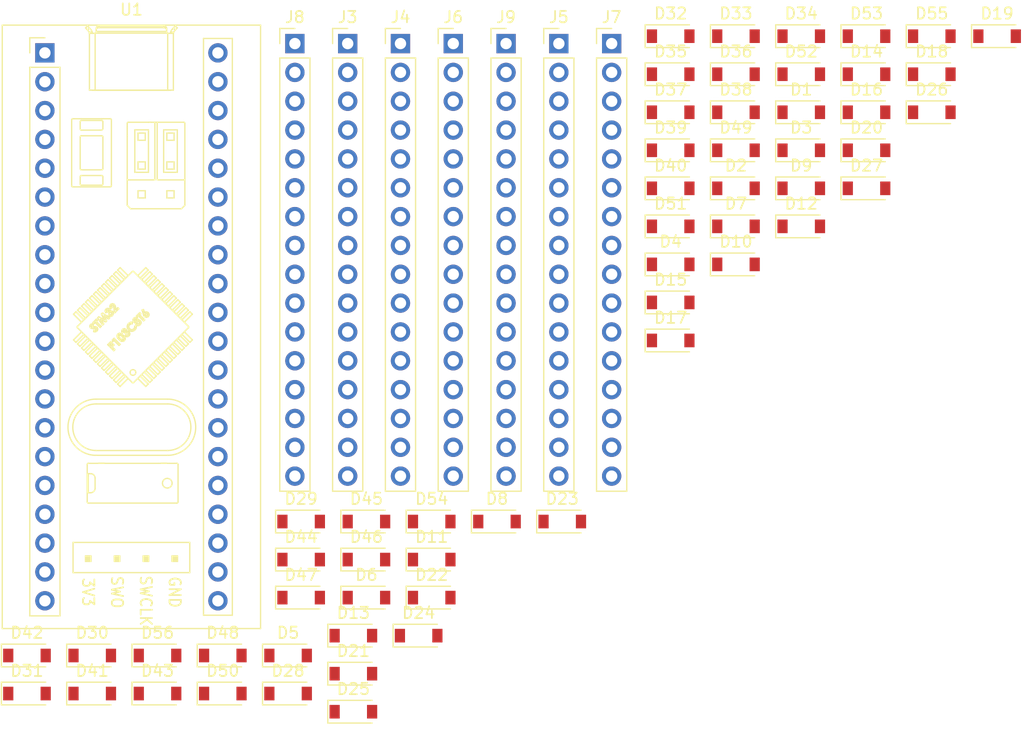
<source format=kicad_pcb>
(kicad_pcb (version 20211014) (generator pcbnew)
  (layers (0 "F.Cu" signal) (31 "B.Cu" signal) (34 "B.Paste" user) (35 "F.Paste" user) (36 "B.SilkS" user "B.Silkscreen") (37 "F.SilkS" user "F.Silkscreen") (38 "B.Mask" user) (39 "F.Mask" user) (44 "Edge.Cuts" user))
  (net 0 "")
  (net 1 "/ROW8")
  (net 2 "Net-(D1-Pad2)")
  (net 3 "/ROW7")
  (net 4 "Net-(D2-Pad2)")
  (net 5 "/ROW6")
  (net 6 "Net-(D3-Pad2)")
  (net 7 "/ROW5")
  (net 8 "Net-(D4-Pad2)")
  (net 9 "/ROW4")
  (net 10 "Net-(D5-Pad2)")
  (net 11 "/ROW3")
  (net 12 "Net-(D6-Pad2)")
  (net 13 "/ROW2")
  (net 14 "Net-(D7-Pad2)")
  (net 15 "/ROW1")
  (net 16 "Net-(D8-Pad2)")
  (net 17 "Net-(D9-Pad2)")
  (net 18 "Net-(D10-Pad2)")
  (net 19 "Net-(D11-Pad2)")
  (net 20 "Net-(D12-Pad2)")
  (net 21 "Net-(D13-Pad2)")
  (net 22 "Net-(D14-Pad2)")
  (net 23 "Net-(D15-Pad2)")
  (net 24 "Net-(D16-Pad2)")
  (net 25 "Net-(D17-Pad2)")
  (net 26 "Net-(D18-Pad2)")
  (net 27 "Net-(D19-Pad2)")
  (net 28 "Net-(D20-Pad2)")
  (net 29 "Net-(D21-Pad2)")
  (net 30 "Net-(D22-Pad2)")
  (net 31 "Net-(D23-Pad2)")
  (net 32 "Net-(D24-Pad2)")
  (net 33 "Net-(D25-Pad2)")
  (net 34 "Net-(D26-Pad2)")
  (net 35 "Net-(D27-Pad2)")
  (net 36 "Net-(D28-Pad2)")
  (net 37 "Net-(D29-Pad2)")
  (net 38 "Net-(D30-Pad2)")
  (net 39 "Net-(D31-Pad2)")
  (net 40 "Net-(D32-Pad2)")
  (net 41 "Net-(D33-Pad2)")
  (net 42 "Net-(D34-Pad2)")
  (net 43 "Net-(D35-Pad2)")
  (net 44 "Net-(D36-Pad2)")
  (net 45 "Net-(D37-Pad2)")
  (net 46 "Net-(D38-Pad2)")
  (net 47 "Net-(D39-Pad2)")
  (net 48 "Net-(D40-Pad2)")
  (net 49 "Net-(D41-Pad2)")
  (net 50 "Net-(D42-Pad2)")
  (net 51 "Net-(D43-Pad2)")
  (net 52 "Net-(D44-Pad2)")
  (net 53 "Net-(D45-Pad2)")
  (net 54 "Net-(D46-Pad2)")
  (net 55 "Net-(D47-Pad2)")
  (net 56 "Net-(D48-Pad2)")
  (net 57 "Net-(D49-Pad2)")
  (net 58 "Net-(D50-Pad2)")
  (net 59 "Net-(D51-Pad2)")
  (net 60 "Net-(D52-Pad2)")
  (net 61 "Net-(D53-Pad2)")
  (net 62 "Net-(D54-Pad2)")
  (net 63 "Net-(D55-Pad2)")
  (net 64 "Net-(D56-Pad2)")
  (net 65 "/COL1")
  (net 66 "/COL2")
  (net 67 "/COL3")
  (net 68 "/COL4")
  (net 69 "/COL5")
  (net 70 "/COL6")
  (net 71 "/COL7")
  (footprint "Diode_SMD:D_SOD-123" (layer "F.Cu") (at 156.14 79.55)
    (fp_text reference "D39" (at 0 -2) (layer "F.SilkS"))
    (fp_text value "D")
    (pad "1" smd rect (at -1.65 0) (size 0.9 1.2) (layers "F.Cu" "F.Paste" "F.Mask") (net 13 "/ROW2"))
    (pad "2" smd rect (at 1.65 0) (size 0.9 1.2) (layers "F.Cu" "F.Paste" "F.Mask") (net 47 "Net-(D39-Pad2)"))
  )
  (footprint "Diode_SMD:D_SOD-123" (layer "F.Cu") (at 173.39 69.5)
    (fp_text reference "D53" (at 0 -2) (layer "F.SilkS"))
    (fp_text value "D")
    (pad "1" smd rect (at -1.65 0) (size 0.9 1.2) (layers "F.Cu" "F.Paste" "F.Mask") (net 9 "/ROW4"))
    (pad "2" smd rect (at 1.65 0) (size 0.9 1.2) (layers "F.Cu" "F.Paste" "F.Mask") (net 61 "Net-(D53-Pad2)"))
  )
  (footprint "Connector_PinHeader_2.54mm:PinHeader_1x16_P2.54mm_Vertical" (layer "F.Cu") (at 132.34 70.15)
    (fp_text reference "J4" (at 0 -2.33) (layer "F.SilkS"))
    (fp_text value "Conn_01x16_Male")
    (pad "1" thru_hole rect (at 0 0) (size 1.7 1.7) (drill 1) (layers *.Cu *.Mask) (net 56 "Net-(D48-Pad2)"))
    (pad "2" thru_hole oval (at 0 2.54) (size 1.7 1.7) (drill 1) (layers *.Cu *.Mask) (net 66 "/COL2"))
    (pad "3" thru_hole oval (at 0 5.08) (size 1.7 1.7) (drill 1) (layers *.Cu *.Mask) (net 55 "Net-(D47-Pad2)"))
    (pad "4" thru_hole oval (at 0 7.62) (size 1.7 1.7) (drill 1) (layers *.Cu *.Mask) (net 66 "/COL2"))
    (pad "5" thru_hole oval (at 0 10.16) (size 1.7 1.7) (drill 1) (layers *.Cu *.Mask) (net 54 "Net-(D46-Pad2)"))
    (pad "6" thru_hole oval (at 0 12.7) (size 1.7 1.7) (drill 1) (layers *.Cu *.Mask) (net 66 "/COL2"))
    (pad "7" thru_hole oval (at 0 15.24) (size 1.7 1.7) (drill 1) (layers *.Cu *.Mask) (net 53 "Net-(D45-Pad2)"))
    (pad "8" thru_hole oval (at 0 17.78) (size 1.7 1.7) (drill 1) (layers *.Cu *.Mask) (net 66 "/COL2"))
    (pad "9" thru_hole oval (at 0 20.32) (size 1.7 1.7) (drill 1) (layers *.Cu *.Mask) (net 52 "Net-(D44-Pad2)"))
    (pad "10" thru_hole oval (at 0 22.86) (size 1.7 1.7) (drill 1) (layers *.Cu *.Mask) (net 66 "/COL2"))
    (pad "11" thru_hole oval (at 0 25.4) (size 1.7 1.7) (drill 1) (layers *.Cu *.Mask) (net 51 "Net-(D43-Pad2)"))
    (pad "12" thru_hole oval (at 0 27.94) (size 1.7 1.7) (drill 1) (layers *.Cu *.Mask) (net 66 "/COL2"))
    (pad "13" thru_hole oval (at 0 30.48) (size 1.7 1.7) (drill 1) (layers *.Cu *.Mask) (net 50 "Net-(D42-Pad2)"))
    (pad "14" thru_hole oval (at 0 33.02) (size 1.7 1.7) (drill 1) (layers *.Cu *.Mask) (net 66 "/COL2"))
    (pad "15" thru_hole oval (at 0 35.56) (size 1.7 1.7) (drill 1) (layers *.Cu *.Mask) (net 49 "Net-(D41-Pad2)"))
    (pad "16" thru_hole oval (at 0 38.1) (size 1.7 1.7) (drill 1) (layers *.Cu *.Mask) (net 66 "/COL2"))
  )
  (footprint "Diode_SMD:D_SOD-123" (layer "F.Cu") (at 128.19 122.3)
    (fp_text reference "D13" (at 0 -2) (layer "F.SilkS"))
    (fp_text value "D")
    (pad "1" smd rect (at -1.65 0) (size 0.9 1.2) (layers "F.Cu" "F.Paste" "F.Mask") (net 9 "/ROW4"))
    (pad "2" smd rect (at 1.65 0) (size 0.9 1.2) (layers "F.Cu" "F.Paste" "F.Mask") (net 21 "Net-(D13-Pad2)"))
  )
  (footprint "Diode_SMD:D_SOD-123" (layer "F.Cu") (at 128.19 125.65)
    (fp_text reference "D21" (at 0 -2) (layer "F.SilkS"))
    (fp_text value "D")
    (pad "1" smd rect (at -1.65 0) (size 0.9 1.2) (layers "F.Cu" "F.Paste" "F.Mask") (net 9 "/ROW4"))
    (pad "2" smd rect (at 1.65 0) (size 0.9 1.2) (layers "F.Cu" "F.Paste" "F.Mask") (net 29 "Net-(D21-Pad2)"))
  )
  (footprint "Diode_SMD:D_SOD-123" (layer "F.Cu") (at 146.59 112.25)
    (fp_text reference "D23" (at 0 -2) (layer "F.SilkS"))
    (fp_text value "D")
    (pad "1" smd rect (at -1.65 0) (size 0.9 1.2) (layers "F.Cu" "F.Paste" "F.Mask") (net 13 "/ROW2"))
    (pad "2" smd rect (at 1.65 0) (size 0.9 1.2) (layers "F.Cu" "F.Paste" "F.Mask") (net 31 "Net-(D23-Pad2)"))
  )
  (footprint "Diode_SMD:D_SOD-123" (layer "F.Cu") (at 161.89 79.55)
    (fp_text reference "D49" (at 0 -2) (layer "F.SilkS"))
    (fp_text value "D")
    (pad "1" smd rect (at -1.65 0) (size 0.9 1.2) (layers "F.Cu" "F.Paste" "F.Mask") (net 1 "/ROW8"))
    (pad "2" smd rect (at 1.65 0) (size 0.9 1.2) (layers "F.Cu" "F.Paste" "F.Mask") (net 57 "Net-(D49-Pad2)"))
  )
  (footprint "Diode_SMD:D_SOD-123" (layer "F.Cu") (at 173.39 82.9)
    (fp_text reference "D27" (at 0 -2) (layer "F.SilkS"))
    (fp_text value "D")
    (pad "1" smd rect (at -1.65 0) (size 0.9 1.2) (layers "F.Cu" "F.Paste" "F.Mask") (net 5 "/ROW6"))
    (pad "2" smd rect (at 1.65 0) (size 0.9 1.2) (layers "F.Cu" "F.Paste" "F.Mask") (net 35 "Net-(D27-Pad2)"))
  )
  (footprint "Diode_SMD:D_SOD-123" (layer "F.Cu") (at 135.09 115.6)
    (fp_text reference "D11" (at 0 -2) (layer "F.SilkS"))
    (fp_text value "D")
    (pad "1" smd rect (at -1.65 0) (size 0.9 1.2) (layers "F.Cu" "F.Paste" "F.Mask") (net 5 "/ROW6"))
    (pad "2" smd rect (at 1.65 0) (size 0.9 1.2) (layers "F.Cu" "F.Paste" "F.Mask") (net 19 "Net-(D11-Pad2)"))
  )
  (footprint "Connector_PinHeader_2.54mm:PinHeader_1x16_P2.54mm_Vertical" (layer "F.Cu") (at 136.99 70.15)
    (fp_text reference "J6" (at 0 -2.33) (layer "F.SilkS"))
    (fp_text value "Conn_01x16_Male")
    (pad "1" thru_hole rect (at 0 0) (size 1.7 1.7) (drill 1) (layers *.Cu *.Mask) (net 40 "Net-(D32-Pad2)"))
    (pad "2" thru_hole oval (at 0 2.54) (size 1.7 1.7) (drill 1) (layers *.Cu *.Mask) (net 68 "/COL4"))
    (pad "3" thru_hole oval (at 0 5.08) (size 1.7 1.7) (drill 1) (layers *.Cu *.Mask) (net 39 "Net-(D31-Pad2)"))
    (pad "4" thru_hole oval (at 0 7.62) (size 1.7 1.7) (drill 1) (layers *.Cu *.Mask) (net 68 "/COL4"))
    (pad "5" thru_hole oval (at 0 10.16) (size 1.7 1.7) (drill 1) (layers *.Cu *.Mask) (net 38 "Net-(D30-Pad2)"))
    (pad "6" thru_hole oval (at 0 12.7) (size 1.7 1.7) (drill 1) (layers *.Cu *.Mask) (net 68 "/COL4"))
    (pad "7" thru_hole oval (at 0 15.24) (size 1.7 1.7) (drill 1) (layers *.Cu *.Mask) (net 37 "Net-(D29-Pad2)"))
    (pad "8" thru_hole oval (at 0 17.78) (size 1.7 1.7) (drill 1) (layers *.Cu *.Mask) (net 68 "/COL4"))
    (pad "9" thru_hole oval (at 0 20.32) (size 1.7 1.7) (drill 1) (layers *.Cu *.Mask) (net 36 "Net-(D28-Pad2)"))
    (pad "10" thru_hole oval (at 0 22.86) (size 1.7 1.7) (drill 1) (layers *.Cu *.Mask) (net 68 "/COL4"))
    (pad "11" thru_hole oval (at 0 25.4) (size 1.7 1.7) (drill 1) (layers *.Cu *.Mask) (net 35 "Net-(D27-Pad2)"))
    (pad "12" thru_hole oval (at 0 27.94) (size 1.7 1.7) (drill 1) (layers *.Cu *.Mask) (net 68 "/COL4"))
    (pad "13" thru_hole oval (at 0 30.48) (size 1.7 1.7) (drill 1) (layers *.Cu *.Mask) (net 34 "Net-(D26-Pad2)"))
    (pad "14" thru_hole oval (at 0 33.02) (size 1.7 1.7) (drill 1) (layers *.Cu *.Mask) (net 68 "/COL4"))
    (pad "15" thru_hole oval (at 0 35.56) (size 1.7 1.7) (drill 1) (layers *.Cu *.Mask) (net 33 "Net-(D25-Pad2)"))
    (pad "16" thru_hole oval (at 0 38.1) (size 1.7 1.7) (drill 1) (layers *.Cu *.Mask) (net 68 "/COL4"))
  )
  (footprint "Diode_SMD:D_SOD-123" (layer "F.Cu") (at 167.64 72.85)
    (fp_text reference "D52" (at 0 -2) (layer "F.SilkS"))
    (fp_text value "D")
    (pad "1" smd rect (at -1.65 0) (size 0.9 1.2) (layers "F.Cu" "F.Paste" "F.Mask") (net 7 "/ROW5"))
    (pad "2" smd rect (at 1.65 0) (size 0.9 1.2) (layers "F.Cu" "F.Paste" "F.Mask") (net 60 "Net-(D52-Pad2)"))
  )
  (footprint "Diode_SMD:D_SOD-123" (layer "F.Cu") (at 122.44 127.4)
    (fp_text reference "D28" (at 0 -2) (layer "F.SilkS"))
    (fp_text value "D")
    (pad "1" smd rect (at -1.65 0) (size 0.9 1.2) (layers "F.Cu" "F.Paste" "F.Mask") (net 7 "/ROW5"))
    (pad "2" smd rect (at 1.65 0) (size 0.9 1.2) (layers "F.Cu" "F.Paste" "F.Mask") (net 36 "Net-(D28-Pad2)"))
  )
  (footprint "Diode_SMD:D_SOD-123" (layer "F.Cu") (at 128.19 129)
    (fp_text reference "D25" (at 0 -2) (layer "F.SilkS"))
    (fp_text value "D")
    (pad "1" smd rect (at -1.65 0) (size 0.9 1.2) (layers "F.Cu" "F.Paste" "F.Mask") (net 1 "/ROW8"))
    (pad "2" smd rect (at 1.65 0) (size 0.9 1.2) (layers "F.Cu" "F.Paste" "F.Mask") (net 33 "Net-(D25-Pad2)"))
  )
  (footprint "Diode_SMD:D_SOD-123" (layer "F.Cu") (at 129.34 118.95)
    (fp_text reference "D6" (at 0 -2) (layer "F.SilkS"))
    (fp_text value "D")
    (pad "1" smd rect (at -1.65 0) (size 0.9 1.2) (layers "F.Cu" "F.Paste" "F.Mask") (net 11 "/ROW3"))
    (pad "2" smd rect (at 1.65 0) (size 0.9 1.2) (layers "F.Cu" "F.Paste" "F.Mask") (net 12 "Net-(D6-Pad2)"))
  )
  (footprint "Diode_SMD:D_SOD-123" (layer "F.Cu") (at 133.94 122.3)
    (fp_text reference "D24" (at 0 -2) (layer "F.SilkS"))
    (fp_text value "D")
    (pad "1" smd rect (at -1.65 0) (size 0.9 1.2) (layers "F.Cu" "F.Paste" "F.Mask") (net 15 "/ROW1"))
    (pad "2" smd rect (at 1.65 0) (size 0.9 1.2) (layers "F.Cu" "F.Paste" "F.Mask") (net 32 "Net-(D24-Pad2)"))
  )
  (footprint "Diode_SMD:D_SOD-123" (layer "F.Cu") (at 156.14 89.6)
    (fp_text reference "D4" (at 0 -2) (layer "F.SilkS"))
    (fp_text value "D")
    (pad "1" smd rect (at -1.65 0) (size 0.9 1.2) (layers "F.Cu" "F.Paste" "F.Mask") (net 7 "/ROW5"))
    (pad "2" smd rect (at 1.65 0) (size 0.9 1.2) (layers "F.Cu" "F.Paste" "F.Mask") (net 8 "Net-(D4-Pad2)"))
  )
  (footprint "bluepill:YAAJ_BluePill_1" (layer "F.Cu") (at 101.02 70.97)
    (fp_text reference "U1" (at 7.62 -3.81) (layer "F.SilkS"))
    (fp_text value "YAAJ_BluePill" hide)
    (fp_text user "SWCLK" (at 8.89 48.26 270 unlocked) (layer "F.SilkS") (effects (font (size 1 0.9))))
    (fp_text user "3V3" (at 3.81 47.498 270 unlocked) (layer "F.SilkS") (effects (font (size 1 0.9))))
    (fp_text user "GND" (at 11.43 47.498 270 unlocked) (layer "F.SilkS") (effects (font (size 1 0.9))))
    (fp_text user "SWO" (at 6.35 47.498 270 unlocked) (layer "F.SilkS") (effects (font (size 1 0.9))))
    (pad "1" thru_hole rect locked (at 0 0) (size 1.7 1.7) (drill 1) (layers *.Cu *.Mask))
    (pad "2" thru_hole circle locked (at 0 2.54) (size 1.7 1.7) (drill 1) (layers *.Cu *.Mask))
    (pad "3" thru_hole circle locked (at 0 5.08) (size 1.7 1.7) (drill 1) (layers *.Cu *.Mask))
    (pad "4" thru_hole circle locked (at 0 7.62) (size 1.7 1.7) (drill 1) (layers *.Cu *.Mask))
    (pad "5" thru_hole circle locked (at 0 10.16) (size 1.7 1.7) (drill 1) (layers *.Cu *.Mask))
    (pad "6" thru_hole circle locked (at 0 12.7) (size 1.7 1.7) (drill 1) (layers *.Cu *.Mask) (net 71 "/COL7"))
    (pad "7" thru_hole circle locked (at 0 15.24) (size 1.7 1.7) (drill 1) (layers *.Cu *.Mask) (net 70 "/COL6"))
    (pad "8" thru_hole circle locked (at 0 17.78) (size 1.7 1.7) (drill 1) (layers *.Cu *.Mask))
    (pad "9" thru_hole circle locked (at 0 20.32) (size 1.7 1.7) (drill 1) (layers *.Cu *.Mask))
    (pad "10" thru_hole circle locked (at 0 22.86) (size 1.7 1.7) (drill 1) (layers *.Cu *.Mask) (net 69 "/COL5"))
    (pad "11" thru_hole circle locked (at 0 25.4) (size 1.7 1.7) (drill 1) (layers *.Cu *.Mask) (net 68 "/COL4"))
    (pad "12" thru_hole circle locked (at 0 27.94) (size 1.7 1.7) (drill 1) (layers *.Cu *.Mask) (net 67 "/COL3"))
    (pad "13" thru_hole circle locked (at 0 30.48) (size 1.7 1.7) (drill 1) (layers *.Cu *.Mask) (net 66 "/COL2"))
    (pad "14" thru_hole circle locked (at 0 33.02) (size 1.7 1.7) (drill 1) (layers *.Cu *.Mask))
    (pad "15" thru_hole circle locked (at 0 35.56) (size 1.7 1.7) (drill 1) (layers *.Cu *.Mask) (net 65 "/COL1"))
    (pad "16" thru_hole circle locked (at 0 38.1) (size 1.7 1.7) (drill 1) (layers *.Cu *.Mask) (net 1 "/ROW8"))
    (pad "17" thru_hole circle locked (at 0 40.64) (size 1.7 1.7) (drill 1) (layers *.Cu *.Mask) (net 3 "/ROW7"))
    (pad "18" thru_hole circle locked (at 0 43.18) (size 1.7 1.7) (drill 1) (layers *.Cu *.Mask))
    (pad "19" thru_hole circle locked (at 0 45.72) (size 1.7 1.7) (drill 1) (layers *.Cu *.Mask))
    (pad "20" thru_hole circle locked (at 0 48.26) (size 1.7 1.7) (drill 1) (layers *.Cu *.Mask))
    (pad "21" thru_hole circle locked (at 15.24 48.26) (size 1.7 1.7) (drill 1) (layers *.Cu *.Mask))
    (pad "22" thru_hole circle locked (at 15.24 45.72) (size 1.7 1.7) (drill 1) (layers *.Cu *.Mask))
    (pad "23" thru_hole circle locked (at 15.24 43.18) (size 1.7 1.7) (drill 1) (layers *.Cu *.Mask))
    (pad "24" thru_hole circle locked (at 15.24 40.64) (size 1.7 1.7) (drill 1) (layers *.Cu *.Mask))
    (pad "25" thru_hole circle locked (at 15.24 38.1) (size 1.7 1.7) (drill 1) (layers *.Cu *.Mask))
    (pad "26" thru_hole circle locked (at 15.24 35.56) (size 1.7 1.7) (drill 1) (layers *.Cu *.Mask))
    (pad "27" thru_hole circle locked (at 15.24 33.02) (size 1.7 1.7) (drill 1) (layers *.Cu *.Mask))
    (pad "28" thru_hole circle locked (at 15.24 30.48) (size 1.7 1.7) (drill 1) (layers *.Cu *.Mask))
    (pad "29" thru_hole circle locked (at 15.24 27.94) (size 1.7 1.7) (drill 1) (layers *.Cu *.Mask))
    (pad "30" thru_hole circle locked (at 15.24 25.4) (size 1.7 1.7) (drill 1) (layers *.Cu *.Mask))
    (pad "31" thru_hole circle locked (at 15.24 22.86) (size 1.7 1.7) (drill 1) (layers *.Cu *.Mask) (net 15 "/ROW1"))
    (pad "32" thru_hole circle locked (at 15.24 20.32) (size 1.7 1.7) (drill 1) (layers *.Cu *.Mask) (net 13 "/ROW2"))
    (pad "33" thru_hole circle locked (at 15.24 17.78) (size 1.7 1.7) (drill 1) (layers *.Cu *.Mask) (net 11 "/ROW3"))
    (pad "34" thru_hole circle locked (at 15.24 15.24) (size 1.7 1.7) (drill 1) (layers *.Cu *.Mask) (net 9 "/ROW4"))
    (pad "35" thru_hole circle locked (at 15.24 12.7) (size 1.7 1.7) (drill 1) (layers *.Cu *.Mask) (net 7 "/ROW5"))
    (pad "36" thru_hole circle locked (at 15.24 10.16) (size 1.7 1.7) (drill 1) (layers *.Cu *.Mask) (net 5 "/ROW6"))
    (pad "37" thru_hole circle locked (at 15.24 7.62) (size 1.7 1.7) (drill 1) (layers *.Cu *.Mask))
    (pad "38" thru_hole circle locked (at 15.24 5.08) (size 1.7 1.7) (drill 1) (layers *.Cu *.Mask))
    (pad "39" thru_hole circle locked (at 15.24 2.54) (size 1.7 1.7) (drill 1) (layers *.Cu *.Mask))
    (pad "40" thru_hole circle locked (at 15.24 0) (size 1.7 1.7) (drill 1) (layers *.Cu *.Mask))
  )
  (footprint "Connector_PinHeader_2.54mm:PinHeader_1x16_P2.54mm_Vertical" (layer "F.Cu") (at 146.29 70.15)
    (fp_text reference "J5" (at 0 -2.33) (layer "F.SilkS"))
    (fp_text value "Conn_01x16_Male")
    (pad "1" thru_hole rect (at 0 0) (size 1.7 1.7) (drill 1) (layers *.Cu *.Mask) (net 48 "Net-(D40-Pad2)"))
    (pad "2" thru_hole oval (at 0 2.54) (size 1.7 1.7) (drill 1) (layers *.Cu *.Mask) (net 67 "/COL3"))
    (pad "3" thru_hole oval (at 0 5.08) (size 1.7 1.7) (drill 1) (layers *.Cu *.Mask) (net 47 "Net-(D39-Pad2)"))
    (pad "4" thru_hole oval (at 0 7.62) (size 1.7 1.7) (drill 1) (layers *.Cu *.Mask) (net 67 "/COL3"))
    (pad "5" thru_hole oval (at 0 10.16) (size 1.7 1.7) (drill 1) (layers *.Cu *.Mask) (net 46 "Net-(D38-Pad2)"))
    (pad "6" thru_hole oval (at 0 12.7) (size 1.7 1.7) (drill 1) (layers *.Cu *.Mask) (net 67 "/COL3"))
    (pad "7" thru_hole oval (at 0 15.24) (size 1.7 1.7) (drill 1) (layers *.Cu *.Mask) (net 45 "Net-(D37-Pad2)"))
    (pad "8" thru_hole oval (at 0 17.78) (size 1.7 1.7) (drill 1) (layers *.Cu *.Mask) (net 67 "/COL3"))
    (pad "9" thru_hole oval (at 0 20.32) (size 1.7 1.7) (drill 1) (layers *.Cu *.Mask) (net 44 "Net-(D36-Pad2)"))
    (pad "10" thru_hole oval (at 0 22.86) (size 1.7 1.7) (drill 1) (layers *.Cu *.Mask) (net 67 "/COL3"))
    (pad "11" thru_hole oval (at 0 25.4) (size 1.7 1.7) (drill 1) (layers *.Cu *.Mask) (net 43 "Net-(D35-Pad2)"))
    (pad "12" thru_hole oval (at 0 27.94) (size 1.7 1.7) (drill 1) (layers *.Cu *.Mask) (net 67 "/COL3"))
    (pad "13" thru_hole oval (at 0 30.48) (size 1.7 1.7) (drill 1) (layers *.Cu *.Mask) (net 42 "Net-(D34-Pad2)"))
    (pad "14" thru_hole oval (at 0 33.02) (size 1.7 1.7) (drill 1) (layers *.Cu *.Mask) (net 67 "/COL3"))
    (pad "15" thru_hole oval (at 0 35.56) (size 1.7 1.7) (drill 1) (layers *.Cu *.Mask) (net 41 "Net-(D33-Pad2)"))
    (pad "16" thru_hole oval (at 0 38.1) (size 1.7 1.7) (drill 1) (layers *.Cu *.Mask) (net 67 "/COL3"))
  )
  (footprint "Diode_SMD:D_SOD-123" (layer "F.Cu") (at 123.59 115.6)
    (fp_text reference "D44" (at 0 -2) (layer "F.SilkS"))
    (fp_text value "D")
    (pad "1" smd rect (at -1.65 0) (size 0.9 1.2) (layers "F.Cu" "F.Paste" "F.Mask") (net 7 "/ROW5"))
    (pad "2" smd rect (at 1.65 0) (size 0.9 1.2) (layers "F.Cu" "F.Paste" "F.Mask") (net 52 "Net-(D44-Pad2)"))
  )
  (footprint "Diode_SMD:D_SOD-123" (layer "F.Cu") (at 167.64 79.55)
    (fp_text reference "D3" (at 0 -2) (layer "F.SilkS"))
    (fp_text value "D")
    (pad "1" smd rect (at -1.65 0) (size 0.9 1.2) (layers "F.Cu" "F.Paste" "F.Mask") (net 5 "/ROW6"))
    (pad "2" smd rect (at 1.65 0) (size 0.9 1.2) (layers "F.Cu" "F.Paste" "F.Mask") (net 6 "Net-(D3-Pad2)"))
  )
  (footprint "Connector_PinHeader_2.54mm:PinHeader_1x16_P2.54mm_Vertical" (layer "F.Cu") (at 127.69 70.15)
    (fp_text reference "J3" (at 0 -2.33) (layer "F.SilkS"))
    (fp_text value "Conn_01x16_Male")
    (pad "1" thru_hole rect (at 0 0) (size 1.7 1.7) (drill 1) (layers *.Cu *.Mask) (net 64 "Net-(D56-Pad2)"))
    (pad "2" thru_hole oval (at 0 2.54) (size 1.7 1.7) (drill 1) (layers *.Cu *.Mask) (net 65 "/COL1"))
    (pad "3" thru_hole oval (at 0 5.08) (size 1.7 1.7) (drill 1) (layers *.Cu *.Mask) (net 63 "Net-(D55-Pad2)"))
    (pad "4" thru_hole oval (at 0 7.62) (size 1.7 1.7) (drill 1) (layers *.Cu *.Mask) (net 65 "/COL1"))
    (pad "5" thru_hole oval (at 0 10.16) (size 1.7 1.7) (drill 1) (layers *.Cu *.Mask) (net 62 "Net-(D54-Pad2)"))
    (pad "6" thru_hole oval (at 0 12.7) (size 1.7 1.7) (drill 1) (layers *.Cu *.Mask) (net 65 "/COL1"))
    (pad "7" thru_hole oval (at 0 15.24) (size 1.7 1.7) (drill 1) (layers *.Cu *.Mask) (net 61 "Net-(D53-Pad2)"))
    (pad "8" thru_hole oval (at 0 17.78) (size 1.7 1.7) (drill 1) (layers *.Cu *.Mask) (net 65 "/COL1"))
    (pad "9" thru_hole oval (at 0 20.32) (size 1.7 1.7) (drill 1) (layers *.Cu *.Mask) (net 60 "Net-(D52-Pad2)"))
    (pad "10" thru_hole oval (at 0 22.86) (size 1.7 1.7) (drill 1) (layers *.Cu *.Mask) (net 65 "/COL1"))
    (pad "11" thru_hole oval (at 0 25.4) (size 1.7 1.7) (drill 1) (layers *.Cu *.Mask) (net 59 "Net-(D51-Pad2)"))
    (pad "12" thru_hole oval (at 0 27.94) (size 1.7 1.7) (drill 1) (layers *.Cu *.Mask) (net 65 "/COL1"))
    (pad "13" thru_hole oval (at 0 30.48) (size 1.7 1.7) (drill 1) (layers *.Cu *.Mask) (net 58 "Net-(D50-Pad2)"))
    (pad "14" thru_hole oval (at 0 33.02) (size 1.7 1.7) (drill 1) (layers *.Cu *.Mask) (net 65 "/COL1"))
    (pad "15" thru_hole oval (at 0 35.56) (size 1.7 1.7) (drill 1) (layers *.Cu *.Mask) (net 57 "Net-(D49-Pad2)"))
    (pad "16" thru_hole oval (at 0 38.1) (size 1.7 1.7) (drill 1) (layers *.Cu *.Mask) (net 65 "/COL1"))
  )
  (footprint "Diode_SMD:D_SOD-123" (layer "F.Cu") (at 184.89 69.5)
    (fp_text reference "D19" (at 0 -2) (layer "F.SilkS"))
    (fp_text value "D")
    (pad "1" smd rect (at -1.65 0) (size 0.9 1.2) (layers "F.Cu" "F.Paste" "F.Mask") (net 5 "/ROW6"))
    (pad "2" smd rect (at 1.65 0) (size 0.9 1.2) (layers "F.Cu" "F.Paste" "F.Mask") (net 27 "Net-(D19-Pad2)"))
  )
  (footprint "Diode_SMD:D_SOD-123" (layer "F.Cu") (at 167.64 76.2)
    (fp_text reference "D1" (at 0 -2) (layer "F.SilkS"))
    (fp_text value "D")
    (pad "1" smd rect (at -1.65 0) (size 0.9 1.2) (layers "F.Cu" "F.Paste" "F.Mask") (net 1 "/ROW8"))
    (pad "2" smd rect (at 1.65 0) (size 0.9 1.2) (layers "F.Cu" "F.Paste" "F.Mask") (net 2 "Net-(D1-Pad2)"))
  )
  (footprint "Diode_SMD:D_SOD-123" (layer "F.Cu") (at 156.14 76.2)
    (fp_text reference "D37" (at 0 -2) (layer "F.SilkS"))
    (fp_text value "D")
    (pad "1" smd rect (at -1.65 0) (size 0.9 1.2) (layers "F.Cu" "F.Paste" "F.Mask") (net 9 "/ROW4"))
    (pad "2" smd rect (at 1.65 0) (size 0.9 1.2) (layers "F.Cu" "F.Paste" "F.Mask") (net 45 "Net-(D37-Pad2)"))
  )
  (footprint "Diode_SMD:D_SOD-123" (layer "F.Cu") (at 179.14 72.85)
    (fp_text reference "D18" (at 0 -2) (layer "F.SilkS"))
    (fp_text value "D")
    (pad "1" smd rect (at -1.65 0) (size 0.9 1.2) (layers "F.Cu" "F.Paste" "F.Mask") (net 3 "/ROW7"))
    (pad "2" smd rect (at 1.65 0) (size 0.9 1.2) (layers "F.Cu" "F.Paste" "F.Mask") (net 26 "Net-(D18-Pad2)"))
  )
  (footprint "Diode_SMD:D_SOD-123" (layer "F.Cu") (at 110.94 127.4)
    (fp_text reference "D43" (at 0 -2) (layer "F.SilkS"))
    (fp_text value "D")
    (pad "1" smd rect (at -1.65 0) (size 0.9 1.2) (layers "F.Cu" "F.Paste" "F.Mask") (net 5 "/ROW6"))
    (pad "2" smd rect (at 1.65 0) (size 0.9 1.2) (layers "F.Cu" "F.Paste" "F.Mask") (net 51 "Net-(D43-Pad2)"))
  )
  (footprint "Diode_SMD:D_SOD-123" (layer "F.Cu") (at 123.59 112.25)
    (fp_text reference "D29" (at 0 -2) (layer "F.SilkS"))
    (fp_text value "D")
    (pad "1" smd rect (at -1.65 0) (size 0.9 1.2) (layers "F.Cu" "F.Paste" "F.Mask") (net 9 "/ROW4"))
    (pad "2" smd rect (at 1.65 0) (size 0.9 1.2) (layers "F.Cu" "F.Paste" "F.Mask") (net 37 "Net-(D29-Pad2)"))
  )
  (footprint "Diode_SMD:D_SOD-123" (layer "F.Cu") (at 161.89 76.2)
    (fp_text reference "D38" (at 0 -2) (layer "F.SilkS"))
    (fp_text value "D")
    (pad "1" smd rect (at -1.65 0) (size 0.9 1.2) (layers "F.Cu" "F.Paste" "F.Mask") (net 11 "/ROW3"))
    (pad "2" smd rect (at 1.65 0) (size 0.9 1.2) (layers "F.Cu" "F.Paste" "F.Mask") (net 46 "Net-(D38-Pad2)"))
  )
  (footprint "Diode_SMD:D_SOD-123" (layer "F.Cu") (at 122.44 124.05)
    (fp_text reference "D5" (at 0 -2) (layer "F.SilkS"))
    (fp_text value "D")
    (pad "1" smd rect (at -1.65 0) (size 0.9 1.2) (layers "F.Cu" "F.Paste" "F.Mask") (net 9 "/ROW4"))
    (pad "2" smd rect (at 1.65 0) (size 0.9 1.2) (layers "F.Cu" "F.Paste" "F.Mask") (net 10 "Net-(D5-Pad2)"))
  )
  (footprint "Diode_SMD:D_SOD-123" (layer "F.Cu") (at 116.69 127.4)
    (fp_text reference "D50" (at 0 -2) (layer "F.SilkS"))
    (fp_text value "D")
    (pad "1" smd rect (at -1.65 0) (size 0.9 1.2) (layers "F.Cu" "F.Paste" "F.Mask") (net 3 "/ROW7"))
    (pad "2" smd rect (at 1.65 0) (size 0.9 1.2) (layers "F.Cu" "F.Paste" "F.Mask") (net 58 "Net-(D50-Pad2)"))
  )
  (footprint "Diode_SMD:D_SOD-123" (layer "F.Cu") (at 116.69 124.05)
    (fp_text reference "D48" (at 0 -2) (layer "F.SilkS"))
    (fp_text value "D")
    (pad "1" smd rect (at -1.65 0) (size 0.9 1.2) (layers "F.Cu" "F.Paste" "F.Mask") (net 15 "/ROW1"))
    (pad "2" smd rect (at 1.65 0) (size 0.9 1.2) (layers "F.Cu" "F.Paste" "F.Mask") (net 56 "Net-(D48-Pad2)"))
  )
  (footprint "Diode_SMD:D_SOD-123" (layer "F.Cu") (at 179.14 76.2)
    (fp_text reference "D26" (at 0 -2) (layer "F.SilkS"))
    (fp_text value "D")
    (pad "1" smd rect (at -1.65 0) (size 0.9 1.2) (layers "F.Cu" "F.Paste" "F.Mask") (net 3 "/ROW7"))
    (pad "2" smd rect (at 1.65 0) (size 0.9 1.2) (layers "F.Cu" "F.Paste" "F.Mask") (net 34 "Net-(D26-Pad2)"))
  )
  (footprint "Diode_SMD:D_SOD-123" (layer "F.Cu") (at 105.19 127.4)
    (fp_text reference "D41" (at 0 -2) (layer "F.SilkS"))
    (fp_text value "D")
    (pad "1" smd rect (at -1.65 0) (size 0.9 1.2) (layers "F.Cu" "F.Paste" "F.Mask") (net 1 "/ROW8"))
    (pad "2" smd rect (at 1.65 0) (size 0.9 1.2) (layers "F.Cu" "F.Paste" "F.Mask") (net 49 "Net-(D41-Pad2)"))
  )
  (footprint "Diode_SMD:D_SOD-123" (layer "F.Cu") (at 135.09 112.25)
    (fp_text reference "D54" (at 0 -2) (layer "F.SilkS"))
    (fp_text value "D")
    (pad "1" smd rect (at -1.65 0) (size 0.9 1.2) (layers "F.Cu" "F.Paste" "F.Mask") (net 11 "/ROW3"))
    (pad "2" smd rect (at 1.65 0) (size 0.9 1.2) (layers "F.Cu" "F.Paste" "F.Mask") (net 62 "Net-(D54-Pad2)"))
  )
  (footprint "Diode_SMD:D_SOD-123" (layer "F.Cu") (at 140.84 112.25)
    (fp_text reference "D8" (at 0 -2) (layer "F.SilkS"))
    (fp_text value "D")
    (pad "1" smd rect (at -1.65 0) (size 0.9 1.2) (layers "F.Cu" "F.Paste" "F.Mask") (net 15 "/ROW1"))
    (pad "2" smd rect (at 1.65 0) (size 0.9 1.2) (layers "F.Cu" "F.Paste" "F.Mask") (net 16 "Net-(D8-Pad2)"))
  )
  (footprint "Diode_SMD:D_SOD-123" (layer "F.Cu") (at 167.64 82.9)
    (fp_text reference "D9" (at 0 -2) (layer "F.SilkS"))
    (fp_text value "D")
    (pad "1" smd rect (at -1.65 0) (size 0.9 1.2) (layers "F.Cu" "F.Paste" "F.Mask") (net 1 "/ROW8"))
    (pad "2" smd rect (at 1.65 0) (size 0.9 1.2) (layers "F.Cu" "F.Paste" "F.Mask") (net 17 "Net-(D9-Pad2)"))
  )
  (footprint "Connector_PinHeader_2.54mm:PinHeader_1x16_P2.54mm_Vertical" (layer "F.Cu") (at 150.94 70.15)
    (fp_text reference "J7" (at 0 -2.33) (layer "F.SilkS"))
    (fp_text value "Conn_01x16_Male")
    (pad "1" thru_hole rect (at 0 0) (size 1.7 1.7) (drill 1) (layers *.Cu *.Mask) (net 32 "Net-(D24-Pad2)"))
    (pad "2" thru_hole oval (at 0 2.54) (size 1.7 1.7) (drill 1) (layers *.Cu *.Mask) (net 69 "/COL5"))
    (pad "3" thru_hole oval (at 0 5.08) (size 1.7 1.7) (drill 1) (layers *.Cu *.Mask) (net 31 "Net-(D23-Pad2)"))
    (pad "4" thru_hole oval (at 0 7.62) (size 1.7 1.7) (drill 1) (layers *.Cu *.Mask) (net 69 "/COL5"))
    (pad "5" thru_hole oval (at 0 10.16) (size 1.7 1.7) (drill 1) (layers *.Cu *.Mask) (net 30 "Net-(D22-Pad2)"))
    (pad "6" thru_hole oval (at 0 12.7) (size 1.7 1.7) (drill 1) (layers *.Cu *.Mask) (net 69 "/COL5"))
    (pad "7" thru_hole oval (at 0 15.24) (size 1.7 1.7) (drill 1) (layers *.Cu *.Mask) (net 29 "Net-(D21-Pad2)"))
    (pad "8" thru_hole oval (at 0 17.78) (size 1.7 1.7) (drill 1) (layers *.Cu *.Mask) (net 69 "/COL5"))
    (pad "9" thru_hole oval (at 0 20.32) (size 1.7 1.7) (drill 1) (layers *.Cu *.Mask) (net 28 "Net-(D20-Pad2)"))
    (pad "10" thru_hole oval (at 0 22.86) (size 1.7 1.7) (drill 1) (layers *.Cu *.Mask) (net 69 "/COL5"))
    (pad "11" thru_hole oval (at 0 25.4) (size 1.7 1.7) (drill 1) (layers *.Cu *.Mask) (net 27 "Net-(D19-Pad2)"))
    (pad "12" thru_hole oval (at 0 27.94) (size 1.7 1.7) (drill 1) (layers *.Cu *.Mask) (net 69 "/COL5"))
    (pad "13" thru_hole oval (at 0 30.48) (size 1.7 1.7) (drill 1) (layers *.Cu *.Mask) (net 26 "Net-(D18-Pad2)"))
    (pad "14" thru_hole oval (at 0 33.02) (size 1.7 1.7) (drill 1) (layers *.Cu *.Mask) (net 69 "/COL5"))
    (pad "15" thru_hole oval (at 0 35.56) (size 1.7 1.7) (drill 1) (layers *.Cu *.Mask) (net 25 "Net-(D17-Pad2)"))
    (pad "16" thru_hole oval (at 0 38.1) (size 1.7 1.7) (drill 1) (layers *.Cu *.Mask) (net 69 "/COL5"))
  )
  (footprint "Diode_SMD:D_SOD-123" (layer "F.Cu") (at 173.39 79.55)
    (fp_text reference "D20" (at 0 -2) (layer "F.SilkS"))
    (fp_text value "D")
    (pad "1" smd rect (at -1.65 0) (size 0.9 1.2) (layers "F.Cu" "F.Paste" "F.Mask") (net 7 "/ROW5"))
    (pad "2" smd rect (at 1.65 0) (size 0.9 1.2) (layers "F.Cu" "F.Paste" "F.Mask") (net 28 "Net-(D20-Pad2)"))
  )
  (footprint "Diode_SMD:D_SOD-123" (layer "F.Cu") (at 156.14 72.85)
    (fp_text reference "D35" (at 0 -2) (layer "F.SilkS"))
    (fp_text value "D")
    (pad "1" smd rect (at -1.65 0) (size 0.9 1.2) (layers "F.Cu" "F.Paste" "F.Mask") (net 5 "/ROW6"))
    (pad "2" smd rect (at 1.65 0) (size 0.9 1.2) (layers "F.Cu" "F.Paste" "F.Mask") (net 43 "Net-(D35-Pad2)"))
  )
  (footprint "Diode_SMD:D_SOD-123" (layer "F.Cu") (at 156.14 96.3)
    (fp_text reference "D17" (at 0 -2) (layer "F.SilkS"))
    (fp_text value "D")
    (pad "1" smd rect (at -1.65 0) (size 0.9 1.2) (layers "F.Cu" "F.Paste" "F.Mask") (net 1 "/ROW8"))
    (pad "2" smd rect (at 1.65 0) (size 0.9 1.2) (layers "F.Cu" "F.Paste" "F.Mask") (net 25 "Net-(D17-Pad2)"))
  )
  (footprint "Connector_PinHeader_2.54mm:PinHeader_1x16_P2.54mm_Vertical" (layer "F.Cu") (at 123.04 70.15)
    (fp_text reference "J8" (at 0 -2.33) (layer "F.SilkS"))
    (fp_text value "Conn_01x16_Male")
    (pad "1" thru_hole rect (at 0 0) (size 1.7 1.7) (drill 1) (layers *.Cu *.Mask) (net 24 "Net-(D16-Pad2)"))
    (pad "2" thru_hole oval (at 0 2.54) (size 1.7 1.7) (drill 1) (layers *.Cu *.Mask) (net 70 "/COL6"))
    (pad "3" thru_hole oval (at 0 5.08) (size 1.7 1.7) (drill 1) (layers *.Cu *.Mask) (net 23 "Net-(D15-Pad2)"))
    (pad "4" thru_hole oval (at 0 7.62) (size 1.7 1.7) (drill 1) (layers *.Cu *.Mask) (net 70 "/COL6"))
    (pad "5" thru_hole oval (at 0 10.16) (size 1.7 1.7) (drill 1) (layers *.Cu *.Mask) (net 22 "Net-(D14-Pad2)"))
    (pad "6" thru_hole oval (at 0 12.7) (size 1.7 1.7) (drill 1) (layers *.Cu *.Mask) (net 70 "/COL6"))
    (pad "7" thru_hole oval (at 0 15.24) (size 1.7 1.7) (drill 1) (layers *.Cu *.Mask) (net 21 "Net-(D13-Pad2)"))
    (pad "8" thru_hole oval (at 0 17.78) (size 1.7 1.7) (drill 1) (layers *.Cu *.Mask) (net 70 "/COL6"))
    (pad "9" thru_hole oval (at 0 20.32) (size 1.7 1.7) (drill 1) (layers *.Cu *.Mask) (net 20 "Net-(D12-Pad2)"))
    (pad "10" thru_hole oval (at 0 22.86) (size 1.7 1.7) (drill 1) (layers *.Cu *.Mask) (net 70 "/COL6"))
    (pad "11" thru_hole oval (at 0 25.4) (size 1.7 1.7) (drill 1) (layers *.Cu *.Mask) (net 19 "Net-(D11-Pad2)"))
    (pad "12" thru_hole oval (at 0 27.94) (size 1.7 1.7) (drill 1) (layers *.Cu *.Mask) (net 70 "/COL6"))
    (pad "13" thru_hole oval (at 0 30.48) (size 1.7 1.7) (drill 1) (layers *.Cu *.Mask) (net 18 "Net-(D10-Pad2)"))
    (pad "14" thru_hole oval (at 0 33.02) (size 1.7 1.7) (drill 1) (layers *.Cu *.Mask) (net 70 "/COL6"))
    (pad "15" thru_hole oval (at 0 35.56) (size 1.7 1.7) (drill 1) (layers *.Cu *.Mask) (net 17 "Net-(D9-Pad2)"))
    (pad "16" thru_hole oval (at 0 38.1) (size 1.7 1.7) (drill 1) (layers *.Cu *.Mask) (net 70 "/COL6"))
  )
  (footprint "Diode_SMD:D_SOD-123" (layer "F.Cu") (at 105.19 124.05)
    (fp_text reference "D30" (at 0 -2) (layer "F.SilkS"))
    (fp_text value "D")
    (pad "1" smd rect (at -1.65 0) (size 0.9 1.2) (layers "F.Cu" "F.Paste" "F.Mask") (net 11 "/ROW3"))
    (pad "2" smd rect (at 1.65 0) (size 0.9 1.2) (layers "F.Cu" "F.Paste" "F.Mask") (net 38 "Net-(D30-Pad2)"))
  )
  (footprint "Connector_PinHeader_2.54mm:PinHeader_1x16_P2.54mm_Vertical" (layer "F.Cu") (at 141.64 70.15)
    (fp_text reference "J9" (at 0 -2.33) (layer "F.SilkS"))
    (fp_text value "Conn_01x16_Male")
    (pad "1" thru_hole rect (at 0 0) (size 1.7 1.7) (drill 1) (layers *.Cu *.Mask) (net 16 "Net-(D8-Pad2)"))
    (pad "2" thru_hole oval (at 0 2.54) (size 1.7 1.7) (drill 1) (layers *.Cu *.Mask) (net 71 "/COL7"))
    (pad "3" thru_hole oval (at 0 5.08) (size 1.7 1.7) (drill 1) (layers *.Cu *.Mask) (net 14 "Net-(D7-Pad2)"))
    (pad "4" thru_hole oval (at 0 7.62) (size 1.7 1.7) (drill 1) (layers *.Cu *.Mask) (net 71 "/COL7"))
    (pad "5" thru_hole oval (at 0 10.16) (size 1.7 1.7) (drill 1) (layers *.Cu *.Mask) (net 12 "Net-(D6-Pad2)"))
    (pad "6" thru_hole oval (at 0 12.7) (size 1.7 1.7) (drill 1) (layers *.Cu *.Mask) (net 71 "/COL7"))
    (pad "7" thru_hole oval (at 0 15.24) (size 1.7 1.7) (drill 1) (layers *.Cu *.Mask) (net 10 "Net-(D5-Pad2)"))
    (pad "8" thru_hole oval (at 0 17.78) (size 1.7 1.7) (drill 1) (layers *.Cu *.Mask) (net 71 "/COL7"))
    (pad "9" thru_hole oval (at 0 20.32) (size 1.7 1.7) (drill 1) (layers *.Cu *.Mask) (net 8 "Net-(D4-Pad2)"))
    (pad "10" thru_hole oval (at 0 22.86) (size 1.7 1.7) (drill 1) (layers *.Cu *.Mask) (net 71 "/COL7"))
    (pad "11" thru_hole oval (at 0 25.4) (size 1.7 1.7) (drill 1) (layers *.Cu *.Mask) (net 6 "Net-(D3-Pad2)"))
    (pad "12" thru_hole oval (at 0 27.94) (size 1.7 1.7) (drill 1) (layers *.Cu *.Mask) (net 71 "/COL7"))
    (pad "13" thru_hole oval (at 0 30.48) (size 1.7 1.7) (drill 1) (layers *.Cu *.Mask) (net 4 "Net-(D2-Pad2)"))
    (pad "14" thru_hole oval (at 0 33.02) (size 1.7 1.7) (drill 1) (layers *.Cu *.Mask) (net 71 "/COL7"))
    (pad "15" thru_hole oval (at 0 35.56) (size 1.7 1.7) (drill 1) (layers *.Cu *.Mask) (net 2 "Net-(D1-Pad2)"))
    (pad "16" thru_hole oval (at 0 38.1) (size 1.7 1.7) (drill 1) (layers *.Cu *.Mask) (net 71 "/COL7"))
  )
  (footprint "Diode_SMD:D_SOD-123" (layer "F.Cu") (at 135.09 118.95)
    (fp_text reference "D22" (at 0 -2) (layer "F.SilkS"))
    (fp_text value "D")
    (pad "1" smd rect (at -1.65 0) (size 0.9 1.2) (layers "F.Cu" "F.Paste" "F.Mask") (net 11 "/ROW3"))
    (pad "2" smd rect (at 1.65 0) (size 0.9 1.2) (layers "F.Cu" "F.Paste" "F.Mask") (net 30 "Net-(D22-Pad2)"))
  )
  (footprint "Diode_SMD:D_SOD-123" (layer "F.Cu") (at 123.59 118.95)
    (fp_text reference "D47" (at 0 -2) (layer "F.SilkS"))
    (fp_text value "D")
    (pad "1" smd rect (at -1.65 0) (size 0.9 1.2) (layers "F.Cu" "F.Paste" "F.Mask") (net 13 "/ROW2"))
    (pad "2" smd rect (at 1.65 0) (size 0.9 1.2) (layers "F.Cu" "F.Paste" "F.Mask") (net 55 "Net-(D47-Pad2)"))
  )
  (footprint "Diode_SMD:D_SOD-123" (layer "F.Cu") (at 99.44 124.05)
    (fp_text reference "D42" (at 0 -2) (layer "F.SilkS"))
    (fp_text value "D")
    (pad "1" smd rect (at -1.65 0) (size 0.9 1.2) (layers "F.Cu" "F.Paste" "F.Mask") (net 3 "/ROW7"))
    (pad "2" smd rect (at 1.65 0) (size 0.9 1.2) (layers "F.Cu" "F.Paste" "F.Mask") (net 50 "Net-(D42-Pad2)"))
  )
  (footprint "Diode_SMD:D_SOD-123" (layer "F.Cu") (at 167.64 69.5)
    (fp_text reference "D34" (at 0 -2) (layer "F.SilkS"))
    (fp_text value "D")
    (pad "1" smd rect (at -1.65 0) (size 0.9 1.2) (layers "F.Cu" "F.Paste" "F.Mask") (net 3 "/ROW7"))
    (pad "2" smd rect (at 1.65 0) (size 0.9 1.2) (layers "F.Cu" "F.Paste" "F.Mask") (net 42 "Net-(D34-Pad2)"))
  )
  (footprint "Diode_SMD:D_SOD-123" (layer "F.Cu") (at 173.39 76.2)
    (fp_text reference "D16" (at 0 -2) (layer "F.SilkS"))
    (fp_text value "D")
    (pad "1" smd rect (at -1.65 0) (size 0.9 1.2) (layers "F.Cu" "F.Paste" "F.Mask") (net 15 "/ROW1"))
    (pad "2" smd rect (at 1.65 0) (size 0.9 1.2) (layers "F.Cu" "F.Paste" "F.Mask") (net 24 "Net-(D16-Pad2)"))
  )
  (footprint "Diode_SMD:D_SOD-123" (layer "F.Cu") (at 173.39 72.85)
    (fp_text reference "D14" (at 0 -2) (layer "F.SilkS"))
    (fp_text value "D")
    (pad "1" smd rect (at -1.65 0) (size 0.9 1.2) (layers "F.Cu" "F.Paste" "F.Mask") (net 11 "/ROW3"))
    (pad "2" smd rect (at 1.65 0) (size 0.9 1.2) (layers "F.Cu" "F.Paste" "F.Mask") (net 22 "Net-(D14-Pad2)"))
  )
  (footprint "Diode_SMD:D_SOD-123" (layer "F.Cu") (at 179.14 69.5)
    (fp_text reference "D55" (at 0 -2) (layer "F.SilkS"))
    (fp_text value "D")
    (pad "1" smd rect (at -1.65 0) (size 0.9 1.2) (layers "F.Cu" "F.Paste" "F.Mask") (net 13 "/ROW2"))
    (pad "2" smd rect (at 1.65 0) (size 0.9 1.2) (layers "F.Cu" "F.Paste" "F.Mask") (net 63 "Net-(D55-Pad2)"))
  )
  (footprint "Diode_SMD:D_SOD-123" (layer "F.Cu") (at 167.64 86.25)
    (fp_text reference "D12" (at 0 -2) (layer "F.SilkS"))
    (fp_text value "D")
    (pad "1" smd rect (at -1.65 0) (size 0.9 1.2) (layers "F.Cu" "F.Paste" "F.Mask") (net 7 "/ROW5"))
    (pad "2" smd rect (at 1.65 0) (size 0.9 1.2) (layers "F.Cu" "F.Paste" "F.Mask") (net 20 "Net-(D12-Pad2)"))
  )
  (footprint "Diode_SMD:D_SOD-123" (layer "F.Cu") (at 161.89 86.25)
    (fp_text reference "D7" (at 0 -2) (layer "F.SilkS"))
    (fp_text value "D")
    (pad "1" smd rect (at -1.65 0) (size 0.9 1.2) (layers "F.Cu" "F.Paste" "F.Mask") (net 13 "/ROW2"))
    (pad "2" smd rect (at 1.65 0) (size 0.9 1.2) (layers "F.Cu" "F.Paste" "F.Mask") (net 14 "Net-(D7-Pad2)"))
  )
  (footprint "Diode_SMD:D_SOD-123" (layer "F.Cu") (at 156.14 82.9)
    (fp_text reference "D40" (at 0 -2) (layer "F.SilkS"))
    (fp_text value "D")
    (pad "1" smd rect (at -1.65 0) (size 0.9 1.2) (layers "F.Cu" "F.Paste" "F.Mask") (net 15 "/ROW1"))
    (pad "2" smd rect (at 1.65 0) (size 0.9 1.2) (layers "F.Cu" "F.Paste" "F.Mask") (net 48 "Net-(D40-Pad2)"))
  )
  (footprint "Diode_SMD:D_SOD-123" (layer "F.Cu") (at 99.44 127.4)
    (fp_text reference "D31" (at 0 -2) (layer "F.SilkS"))
    (fp_text value "D")
    (pad "1" smd rect (at -1.65 0) (size 0.9 1.2) (layers "F.Cu" "F.Paste" "F.Mask") (net 13 "/ROW2"))
    (pad "2" smd rect (at 1.65 0) (size 0.9 1.2) (layers "F.Cu" "F.Paste" "F.Mask") (net 39 "Net-(D31-Pad2)"))
  )
  (footprint "Diode_SMD:D_SOD-123" (layer "F.Cu") (at 161.89 72.85)
    (fp_text reference "D36" (at 0 -2) (layer "F.SilkS"))
    (fp_text value "D")
    (pad "1" smd rect (at -1.65 0) (size 0.9 1.2) (layers "F.Cu" "F.Paste" "F.Mask") (net 7 "/ROW5"))
    (pad "2" smd rect (at 1.65 0) (size 0.9 1.2) (layers "F.Cu" "F.Paste" "F.Mask") (net 44 "Net-(D36-Pad2)"))
  )
  (footprint "Diode_SMD:D_SOD-123" (layer "F.Cu") (at 129.34 115.6)
    (fp_text reference "D46" (at 0 -2) (layer "F.SilkS"))
    (fp_text value "D")
    (pad "1" smd rect (at -1.65 0) (size 0.9 1.2) (layers "F.Cu" "F.Paste" "F.Mask") (net 11 "/ROW3"))
    (pad "2" smd rect (at 1.65 0) (size 0.9 1.2) (layers "F.Cu" "F.Paste" "F.Mask") (net 54 "Net-(D46-Pad2)"))
  )
  (footprint "Diode_SMD:D_SOD-123" (layer "F.Cu") (at 161.89 69.5)
    (fp_text reference "D33" (at 0 -2) (layer "F.SilkS"))
    (fp_text value "D")
    (pad "1" smd rect (at -1.65 0) (size 0.9 1.2) (layers "F.Cu" "F.Paste" "F.Mask") (net 1 "/ROW8"))
    (pad "2" smd rect (at 1.65 0) (size 0.9 1.2) (layers "F.Cu" "F.Paste" "F.Mask") (net 41 "Net-(D33-Pad2)"))
  )
  (footprint "Diode_SMD:D_SOD-123" (layer "F.Cu") (at 129.34 112.25)
    (fp_text reference "D45" (at 0 -2) (layer "F.SilkS"))
    (fp_text value "D")
    (pad "1" smd rect (at -1.65 0) (size 0.9 1.2) (layers "F.Cu" "F.Paste" "F.Mask") (net 9 "/ROW4"))
    (pad "2" smd rect (at 1.65 0) (size 0.9 1.2) (layers "F.Cu" "F.Paste" "F.Mask") (net 53 "Net-(D45-Pad2)"))
  )
  (footprint "Diode_SMD:D_SOD-123" (layer "F.Cu") (at 156.14 69.5)
    (fp_text reference "D32" (at 0 -2) (layer "F.SilkS"))
    (fp_text value "D")
    (pad "1" smd rect (at -1.65 0) (size 0.9 1.2) (layers "F.Cu" "F.Paste" "F.Mask") (net 15 "/ROW1"))
    (pad "2" smd rect (at 1.65 0) (size 0.9 1.2) (layers "F.Cu" "F.Paste" "F.Mask") (net 40 "Net-(D32-Pad2)"))
  )
  (footprint "Diode_SMD:D_SOD-123" (layer "F.Cu") (at 156.14 86.25)
    (fp_text reference "D51" (at 0 -2) (layer "F.SilkS"))
    (fp_text value "D")
    (pad "1" smd rect (at -1.65 0) (size 0.9 1.2) (layers "F.Cu" "F.Paste" "F.Mask") (net 5 "/ROW6"))
    (pad "2" smd rect (at 1.65 0) (size 0.9 1.2) (layers "F.Cu" "F.Paste" "F.Mask") (net 59 "Net-(D51-Pad2)"))
  )
  (footprint "Diode_SMD:D_SOD-123" (layer "F.Cu") (at 161.89 89.6)
    (fp_text reference "D10" (at 0 -2) (layer "F.SilkS"))
    (fp_text value "D")
    (pad "1" smd rect (at -1.65 0) (size 0.9 1.2) (layers "F.Cu" "F.Paste" "F.Mask") (net 3 "/ROW7"))
    (pad "2" smd rect (at 1.65 0) (size 0.9 1.2) (layers "F.Cu" "F.Paste" "F.Mask") (net 18 "Net-(D10-Pad2)"))
  )
  (footprint "Diode_SMD:D_SOD-123" (layer "F.Cu") (at 156.14 92.95)
    (fp_text reference "D15" (at 0 -2) (layer "F.SilkS"))
    (fp_text value "D")
    (pad "1" smd rect (at -1.65 0) (size 0.9 1.2) (layers "F.Cu" "F.Paste" "F.Mask") (net 13 "/ROW2"))
    (pad "2" smd rect (at 1.65 0) (size 0.9 1.2) (layers "F.Cu" "F.Paste" "F.Mask") (net 23 "Net-(D15-Pad2)"))
  )
  (footprint "Diode_SMD:D_SOD-123" (layer "F.Cu") (at 161.89 82.9)
    (fp_text reference "D2" (at 0 -2) (layer "F.SilkS"))
    (fp_text value "D")
    (pad "1" smd rect (at -1.65 0) (size 0.9 1.2) (layers "F.Cu" "F.Paste" "F.Mask") (net 3 "/ROW7"))
    (pad "2" smd rect (at 1.65 0) (size 0.9 1.2) (layers "F.Cu" "F.Paste" "F.Mask") (net 4 "Net-(D2-Pad2)"))
  )
  (footprint "Diode_SMD:D_SOD-123" (layer "F.Cu") (at 110.94 124.05)
    (fp_text reference "D56" (at 0 -2) (layer "F.SilkS"))
    (fp_text value "D")
    (pad "1" smd rect (at -1.65 0) (size 0.9 1.2) (layers "F.Cu" "F.Paste" "F.Mask") (net 15 "/ROW1"))
    (pad "2" smd rect (at 1.65 0) (size 0.9 1.2) (layers "F.Cu" "F.Paste" "F.Mask") (net 64 "Net-(D56-Pad2)"))
  )
)
</source>
